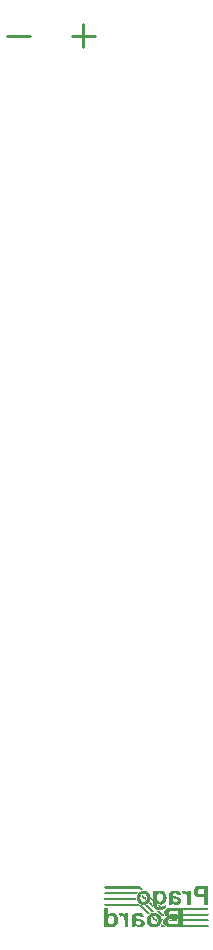
<source format=gbr>
%TF.GenerationSoftware,Altium Limited,Altium Designer,20.1.14 (287)*%
G04 Layer_Color=10079487*
%FSLAX44Y44*%
%MOMM*%
%TF.SameCoordinates,63771276-D6CB-4F8E-99AF-54020A414098*%
%TF.FilePolarity,Positive*%
%TF.FileFunction,Legend,Bot*%
%TF.Part,Single*%
G01*
G75*
%TA.AperFunction,NonConductor*%
%ADD39C,0.2540*%
G36*
X240449Y-11853D02*
X240921Y-12297D01*
X241337Y-12685D01*
X241670Y-13018D01*
X241976Y-13296D01*
X242198Y-13518D01*
X242420Y-13713D01*
X242559Y-13879D01*
X242698Y-14018D01*
X242781Y-14101D01*
X242892Y-14212D01*
X242948Y-14268D01*
Y-14296D01*
X242670D01*
X242031Y-14351D01*
X241726Y-14379D01*
X241448Y-14434D01*
X241226Y-14490D01*
X241060Y-14518D01*
X240921Y-14573D01*
X240893D01*
X240865Y-14545D01*
X240810Y-14518D01*
X240588Y-14351D01*
X240338Y-14101D01*
X240033Y-13824D01*
X239727Y-13574D01*
X239477Y-13324D01*
X239366Y-13241D01*
X239283Y-13157D01*
X239255Y-13130D01*
X239227Y-13102D01*
X210743Y-13102D01*
X210382Y-13074D01*
X210105Y-12963D01*
X209911Y-12852D01*
X209799Y-12685D01*
X209716Y-12547D01*
X209688Y-12408D01*
X209661Y-12325D01*
Y-12297D01*
Y-12158D01*
Y-12019D01*
X209716Y-11880D01*
X209855Y-11686D01*
X210049Y-11547D01*
X210244Y-11464D01*
X210466Y-11381D01*
X210660Y-11353D01*
X239921Y-11353D01*
X240449Y-11853D01*
D02*
G37*
G36*
X258078Y-14934D02*
X258411Y-14962D01*
X258717Y-15045D01*
X258994Y-15101D01*
X259244Y-15184D01*
X259410Y-15267D01*
X259522Y-15295D01*
X259577Y-15323D01*
X260077Y-15628D01*
X260521Y-15961D01*
X260910Y-16350D01*
X261243Y-16794D01*
X261521Y-17238D01*
X261770Y-17683D01*
X261937Y-18154D01*
X262104Y-18627D01*
X262215Y-19071D01*
X262298Y-19459D01*
X262381Y-19848D01*
X262409Y-20181D01*
X262437Y-20459D01*
X262464Y-20681D01*
Y-20792D01*
Y-20847D01*
X262409Y-21625D01*
X262381Y-21986D01*
X262326Y-22291D01*
X262270Y-22569D01*
X262242Y-22791D01*
X262187Y-22930D01*
Y-22985D01*
X261937Y-23624D01*
X261632Y-24207D01*
X261326Y-24706D01*
X260965Y-25123D01*
X260632Y-25484D01*
X260271Y-25761D01*
X259883Y-26011D01*
X259549Y-26206D01*
X259188Y-26372D01*
X258883Y-26483D01*
X258578Y-26567D01*
X258328Y-26622D01*
X258134Y-26650D01*
X257967Y-26677D01*
X257551D01*
X257217Y-26650D01*
X256884Y-26594D01*
X256579Y-26511D01*
X256273Y-26400D01*
X255718Y-26122D01*
X255218Y-25789D01*
X254802Y-25456D01*
X254635Y-25317D01*
X254497Y-25178D01*
X254386Y-25067D01*
X254302Y-24984D01*
X254275Y-24929D01*
X254247Y-24901D01*
Y-27038D01*
X254275Y-27399D01*
X254358Y-27705D01*
X254469Y-27955D01*
X254635Y-28204D01*
X254830Y-28399D01*
X255052Y-28538D01*
X255274Y-28676D01*
X255524Y-28787D01*
X255996Y-28926D01*
X256218Y-28982D01*
X256412Y-29009D01*
X256551D01*
X256690Y-29037D01*
X256801D01*
X256968Y-29009D01*
X257217D01*
X257439Y-28982D01*
X257661Y-28926D01*
X257995Y-28760D01*
X258217Y-28593D01*
X258383Y-28399D01*
X258467Y-28232D01*
X258522Y-28066D01*
X258550Y-27955D01*
Y-27927D01*
X258578Y-27899D01*
X258689Y-27871D01*
X258855Y-27843D01*
X259077Y-27788D01*
X259327Y-27760D01*
X259633Y-27733D01*
X260243Y-27621D01*
X260882Y-27566D01*
X261159Y-27510D01*
X261437Y-27483D01*
X261659Y-27455D01*
X261826D01*
X261937Y-27427D01*
X261965D01*
X262020Y-27455D01*
X262048Y-27483D01*
X262076Y-27510D01*
Y-27538D01*
Y-27705D01*
X262048Y-28010D01*
X262020Y-28288D01*
X261965Y-28538D01*
X261909Y-28787D01*
X261854Y-28982D01*
X261798Y-29121D01*
X261743Y-29232D01*
Y-29259D01*
X261493Y-29620D01*
X261215Y-29953D01*
X260882Y-30231D01*
X260521Y-30481D01*
X260160Y-30675D01*
X259744Y-30842D01*
X259355Y-30981D01*
X258966Y-31092D01*
X258578Y-31203D01*
X258244Y-31258D01*
X257911Y-31314D01*
X257634Y-31342D01*
X257384D01*
X257217Y-31369D01*
X256273D01*
X255801Y-31342D01*
X255357Y-31314D01*
X254913Y-31230D01*
X254524Y-31147D01*
X254163Y-31036D01*
X253858Y-30897D01*
X253553Y-30759D01*
X253275Y-30620D01*
X253053Y-30509D01*
X252831Y-30370D01*
X252664Y-30231D01*
X252526Y-30120D01*
X252414Y-30037D01*
X252331Y-29953D01*
X252303Y-29926D01*
X252276Y-29898D01*
X252081Y-29676D01*
X251915Y-29398D01*
X251776Y-29093D01*
X251637Y-28732D01*
X251554Y-28343D01*
X251443Y-27927D01*
X251332Y-27094D01*
X251276Y-26677D01*
X251248Y-26289D01*
X251221Y-25956D01*
Y-25650D01*
X251193Y-25373D01*
Y-25178D01*
Y-25067D01*
Y-25012D01*
Y-15212D01*
Y-15184D01*
X251221D01*
X251248Y-15156D01*
X253997D01*
X254080Y-15184D01*
X254108Y-15212D01*
Y-16683D01*
X254386Y-16378D01*
X254663Y-16100D01*
X254941Y-15850D01*
X255218Y-15656D01*
X255524Y-15489D01*
X255774Y-15351D01*
X256301Y-15128D01*
X256745Y-14990D01*
X256940Y-14962D01*
X257106Y-14934D01*
X257217Y-14906D01*
X257745D01*
X258078Y-14934D01*
D02*
G37*
G36*
X238145Y-16239D02*
X237673Y-16822D01*
X237478Y-17100D01*
X237284Y-17377D01*
X237145Y-17599D01*
X237034Y-17794D01*
X236951Y-17905D01*
X236923Y-17960D01*
X210605Y-17960D01*
X210271Y-17877D01*
X210049Y-17766D01*
X209883Y-17627D01*
X209744Y-17488D01*
X209688Y-17349D01*
X209661Y-17211D01*
X209633Y-17127D01*
Y-17100D01*
Y-17072D01*
X209661Y-16794D01*
X209772Y-16572D01*
X209938Y-16433D01*
X210105Y-16322D01*
X210299Y-16267D01*
X210438Y-16211D01*
X238145Y-16211D01*
Y-16239D01*
D02*
G37*
G36*
X270543Y-14934D02*
X271210Y-15045D01*
X271765Y-15184D01*
X272237Y-15323D01*
X272625Y-15489D01*
X272903Y-15628D01*
X272986Y-15684D01*
X273069Y-15739D01*
X273097Y-15767D01*
X273125D01*
X273486Y-16156D01*
X273819Y-16544D01*
X274069Y-16933D01*
X274263Y-17322D01*
X274402Y-17627D01*
X274513Y-17905D01*
X274569Y-18071D01*
X274597Y-18099D01*
Y-18127D01*
Y-18182D01*
X274513Y-18210D01*
X274374Y-18238D01*
X274208Y-18266D01*
X274013Y-18293D01*
X273569Y-18377D01*
X273097Y-18488D01*
X272653Y-18571D01*
X272431Y-18599D01*
X272237Y-18627D01*
X272098Y-18654D01*
X271987Y-18682D01*
X271903Y-18710D01*
X271876D01*
X271765Y-18460D01*
X271654Y-18238D01*
X271515Y-18044D01*
X271376Y-17877D01*
X271071Y-17627D01*
X270765Y-17461D01*
X270515Y-17377D01*
X270266Y-17322D01*
X270127Y-17294D01*
X269460D01*
X269155Y-17322D01*
X268905Y-17349D01*
X268683Y-17433D01*
X268489Y-17516D01*
X268322Y-17627D01*
X268183Y-17766D01*
X267989Y-18044D01*
X267850Y-18321D01*
X267795Y-18571D01*
X267767Y-18737D01*
Y-18765D01*
Y-18793D01*
Y-19210D01*
X268322Y-19376D01*
X268850Y-19515D01*
X269349Y-19626D01*
X269794Y-19709D01*
X270154Y-19792D01*
X270460Y-19848D01*
X270571Y-19876D01*
X270654Y-19904D01*
X270710D01*
X271459Y-20042D01*
X272098Y-20237D01*
X272653Y-20459D01*
X273125Y-20709D01*
X273542Y-20986D01*
X273875Y-21292D01*
X274152Y-21597D01*
X274374Y-21902D01*
X274541Y-22180D01*
X274680Y-22485D01*
X274763Y-22735D01*
X274846Y-22957D01*
X274874Y-23152D01*
X274902Y-23291D01*
Y-23402D01*
Y-23429D01*
Y-23790D01*
X274874Y-24096D01*
X274791Y-24401D01*
X274763Y-24512D01*
X274735Y-24623D01*
X274708Y-24679D01*
Y-24706D01*
X274513Y-25095D01*
X274291Y-25428D01*
X274013Y-25734D01*
X273764Y-25984D01*
X273458Y-26206D01*
X273181Y-26372D01*
X272903Y-26539D01*
X272598Y-26650D01*
X272070Y-26816D01*
X271848Y-26872D01*
X271654Y-26900D01*
X271487D01*
X271348Y-26927D01*
X270960D01*
X270599Y-26900D01*
X270266Y-26872D01*
X269627Y-26705D01*
X269044Y-26455D01*
X268517Y-26178D01*
X268100Y-25928D01*
X267906Y-25789D01*
X267767Y-25678D01*
X267656Y-25595D01*
X267573Y-25512D01*
X267517Y-25484D01*
X267489Y-25456D01*
X267434Y-25678D01*
X267378Y-25845D01*
X267295Y-26150D01*
X267239Y-26372D01*
X267156Y-26511D01*
X267101Y-26622D01*
X267073Y-26650D01*
X267045Y-26677D01*
X264102D01*
X264324Y-26122D01*
X264491Y-25567D01*
X264630Y-25012D01*
X264713Y-24512D01*
X264769Y-24040D01*
Y-23846D01*
X264796Y-23707D01*
Y-23568D01*
Y-23457D01*
Y-23402D01*
Y-23374D01*
Y-22680D01*
Y-21930D01*
X264769Y-21181D01*
Y-20487D01*
Y-20153D01*
Y-19848D01*
X264741Y-19598D01*
Y-19348D01*
Y-19154D01*
Y-19015D01*
Y-18932D01*
Y-18904D01*
X264769Y-18515D01*
X264796Y-18182D01*
X264824Y-17877D01*
X264852Y-17599D01*
X264880Y-17405D01*
X264907Y-17238D01*
X264935Y-17155D01*
Y-17127D01*
X265102Y-16739D01*
X265324Y-16406D01*
X265602Y-16100D01*
X265907Y-15850D01*
X266240Y-15628D01*
X266601Y-15434D01*
X266962Y-15295D01*
X267351Y-15184D01*
X268072Y-15017D01*
X268378Y-14962D01*
X268655Y-14934D01*
X268905Y-14906D01*
X269821D01*
X270543Y-14934D01*
D02*
G37*
G36*
X210688Y-21042D02*
X210910Y-21070D01*
X236368Y-21070D01*
X236396Y-21097D01*
X236423Y-21125D01*
Y-21153D01*
Y-21264D01*
X236451Y-21791D01*
X236479Y-22041D01*
Y-22236D01*
X236507Y-22430D01*
X236535Y-22569D01*
X236562Y-22652D01*
Y-22680D01*
X236535Y-22763D01*
X233897D01*
X232620Y-22735D01*
X223625Y-22735D01*
X222653Y-22708D01*
X210910D01*
X210382Y-22763D01*
X210160Y-22735D01*
X209994Y-22624D01*
X209855Y-22513D01*
X209744Y-22347D01*
X209661Y-22208D01*
X209605Y-22069D01*
X209577Y-21986D01*
Y-21958D01*
Y-21819D01*
X209605Y-21597D01*
X209688Y-21430D01*
X209827Y-21292D01*
X209966Y-21181D01*
X210133Y-21097D01*
X210244Y-21042D01*
X210355Y-21014D01*
X210382D01*
X210688Y-21042D01*
D02*
G37*
G36*
X249916Y-20875D02*
X250138Y-21125D01*
X250305Y-21292D01*
X250443Y-21403D01*
X250499Y-21486D01*
X250527Y-21542D01*
X250554Y-21569D01*
Y-23735D01*
X250527Y-23818D01*
X250166Y-23457D01*
X249888Y-23207D01*
X249694Y-23013D01*
X249527Y-22902D01*
X249444Y-22819D01*
X249388Y-22791D01*
X249361Y-22763D01*
X249416Y-22402D01*
X249444Y-22069D01*
X249499Y-21764D01*
Y-21514D01*
X249527Y-21292D01*
Y-21153D01*
Y-21042D01*
Y-21014D01*
Y-20681D01*
X249583Y-20570D01*
X249916Y-20875D01*
D02*
G37*
G36*
X297500Y-10797D02*
X297528Y-10825D01*
Y-10853D01*
Y-10881D01*
Y-26594D01*
X297500Y-26650D01*
X297472Y-26677D01*
X294391D01*
X294335Y-26650D01*
X294308Y-26622D01*
Y-26594D01*
Y-20709D01*
X292225D01*
X291698Y-20681D01*
X291226D01*
X290810Y-20653D01*
X290421Y-20625D01*
X290088Y-20598D01*
X289782Y-20570D01*
X289505Y-20542D01*
X289283Y-20514D01*
X289088Y-20487D01*
X288950D01*
X288811Y-20459D01*
X288727Y-20431D01*
X288672Y-20403D01*
X288616D01*
X288033Y-20153D01*
X287534Y-19876D01*
X287089Y-19543D01*
X286701Y-19182D01*
X286395Y-18793D01*
X286118Y-18404D01*
X285896Y-17988D01*
X285729Y-17599D01*
X285590Y-17238D01*
X285479Y-16877D01*
X285424Y-16544D01*
X285368Y-16267D01*
X285340Y-16017D01*
X285313Y-15850D01*
Y-15711D01*
Y-15684D01*
X285340Y-15184D01*
X285396Y-14712D01*
X285507Y-14268D01*
X285646Y-13879D01*
X285785Y-13491D01*
X285951Y-13157D01*
X286145Y-12852D01*
X286340Y-12574D01*
X286534Y-12325D01*
X286728Y-12102D01*
X286895Y-11936D01*
X287034Y-11769D01*
X287173Y-11658D01*
X287284Y-11575D01*
X287339Y-11547D01*
X287367Y-11519D01*
X287534Y-11380D01*
X287784Y-11270D01*
X288089Y-11158D01*
X288450Y-11075D01*
X288866Y-11020D01*
X289283Y-10964D01*
X290171Y-10853D01*
X290588Y-10825D01*
X291004Y-10797D01*
X291393D01*
X291726Y-10770D01*
X297445D01*
X297500Y-10797D01*
D02*
G37*
G36*
X277817Y-14934D02*
X278067Y-14990D01*
X278289Y-15073D01*
X278539Y-15184D01*
X278955Y-15489D01*
X279316Y-15822D01*
X279621Y-16156D01*
X279871Y-16461D01*
X279955Y-16572D01*
X280010Y-16655D01*
X280038Y-16711D01*
X280066Y-16739D01*
Y-15212D01*
Y-15184D01*
X280093D01*
X280121Y-15156D01*
X282786D01*
X282842Y-15184D01*
X282870Y-15212D01*
Y-26594D01*
X282842Y-26650D01*
X282814Y-26677D01*
X279927D01*
X279871Y-26650D01*
X279816Y-26622D01*
Y-26594D01*
Y-24318D01*
Y-23651D01*
Y-23041D01*
X279788Y-22485D01*
Y-21986D01*
X279760Y-21542D01*
Y-21153D01*
X279732Y-20820D01*
X279705Y-20514D01*
Y-20264D01*
X279677Y-20070D01*
Y-19876D01*
X279649Y-19765D01*
Y-19654D01*
X279621Y-19598D01*
Y-19543D01*
X279538Y-19210D01*
X279427Y-18932D01*
X279344Y-18682D01*
X279205Y-18460D01*
X279094Y-18293D01*
X278955Y-18127D01*
X278678Y-17905D01*
X278428Y-17794D01*
X278233Y-17710D01*
X278095Y-17683D01*
X277650D01*
X277428Y-17710D01*
X277206Y-17738D01*
X276817Y-17905D01*
X276651Y-17988D01*
X276512Y-18044D01*
X276429Y-18099D01*
X276401Y-18127D01*
X276373Y-18071D01*
X276318Y-17960D01*
X276262Y-17821D01*
X276179Y-17627D01*
X276040Y-17238D01*
X275874Y-16766D01*
X275707Y-16350D01*
X275624Y-16128D01*
X275568Y-15961D01*
X275513Y-15822D01*
X275457Y-15711D01*
X275429Y-15628D01*
Y-15600D01*
X275457Y-15517D01*
X275513Y-15434D01*
X275596Y-15378D01*
X275707Y-15295D01*
X276012Y-15184D01*
X276346Y-15073D01*
X276706Y-15017D01*
X276984Y-14962D01*
X277123Y-14934D01*
X277206Y-14906D01*
X277567D01*
X277817Y-14934D01*
D02*
G37*
G36*
X243586D02*
X243975Y-14962D01*
X244724Y-15128D01*
X245363Y-15351D01*
X245946Y-15628D01*
X246196Y-15767D01*
X246418Y-15906D01*
X246612Y-16017D01*
X246751Y-16128D01*
X246890Y-16211D01*
X246973Y-16294D01*
X247029Y-16322D01*
X247056Y-16350D01*
X247390Y-16711D01*
X247667Y-17072D01*
X247917Y-17461D01*
X248139Y-17821D01*
X248306Y-18182D01*
X248472Y-18515D01*
X248694Y-19154D01*
X248750Y-19459D01*
X248805Y-19709D01*
X248861Y-19959D01*
X248889Y-20153D01*
X248916Y-20320D01*
Y-20431D01*
Y-20514D01*
Y-20542D01*
Y-21014D01*
X248889Y-21680D01*
X248778Y-22291D01*
X248639Y-22874D01*
X248500Y-23374D01*
X248333Y-23790D01*
X248278Y-23957D01*
X248222Y-24096D01*
X248167Y-24207D01*
X248111Y-24290D01*
X248084Y-24346D01*
Y-24373D01*
X247723Y-24818D01*
X247334Y-25206D01*
X246917Y-25567D01*
X246529Y-25845D01*
X246112Y-26095D01*
X245696Y-26317D01*
X245280Y-26483D01*
X244891Y-26594D01*
X244530Y-26705D01*
X244169Y-26789D01*
X243864Y-26844D01*
X243614Y-26900D01*
X243392D01*
X243225Y-26927D01*
X242809D01*
X242337Y-26900D01*
X241893Y-26844D01*
X241476Y-26761D01*
X241115Y-26650D01*
X240810Y-26567D01*
X240560Y-26483D01*
X240421Y-26428D01*
X240366Y-26400D01*
X239783Y-26039D01*
X239255Y-25623D01*
X238811Y-25206D01*
X238422Y-24762D01*
X238089Y-24318D01*
X237839Y-23846D01*
X237617Y-23402D01*
X237423Y-22957D01*
X237284Y-22541D01*
X237173Y-22152D01*
X237118Y-21791D01*
X237062Y-21486D01*
X237034Y-21236D01*
X237006Y-21042D01*
Y-20903D01*
Y-20875D01*
X237034Y-20375D01*
X237090Y-19904D01*
X237173Y-19459D01*
X237284Y-19071D01*
X237395Y-18737D01*
X237478Y-18488D01*
X237534Y-18321D01*
X237562Y-18266D01*
X237895Y-17683D01*
X238284Y-17155D01*
X238672Y-16711D01*
X239116Y-16322D01*
X239533Y-15989D01*
X239977Y-15739D01*
X240421Y-15517D01*
X240838Y-15323D01*
X241226Y-15184D01*
X241615Y-15073D01*
X241948Y-15017D01*
X242226Y-14962D01*
X242476Y-14934D01*
X242642Y-14906D01*
X243170D01*
X243586Y-14934D01*
D02*
G37*
G36*
X255829Y-26983D02*
X255968D01*
X256107Y-27038D01*
X256385Y-27177D01*
X256662Y-27399D01*
X256940Y-27621D01*
X257190Y-27843D01*
X257384Y-28066D01*
X257495Y-28204D01*
X257551Y-28232D01*
Y-28260D01*
X257523Y-28288D01*
X257467Y-28315D01*
X257245Y-28343D01*
X257051Y-28371D01*
X256523D01*
X256246Y-28343D01*
X255996Y-28315D01*
X255829Y-28288D01*
X255774D01*
X255607Y-28260D01*
X255468Y-28204D01*
X255357Y-28121D01*
X255246Y-28010D01*
X255107Y-27733D01*
X254996Y-27399D01*
X254941Y-27094D01*
X254885Y-26816D01*
Y-26705D01*
Y-26622D01*
Y-26567D01*
Y-26539D01*
X254941Y-26455D01*
X255829Y-26983D01*
D02*
G37*
G36*
X248972Y-24818D02*
X249250Y-25067D01*
X249472Y-25262D01*
X249666Y-25456D01*
X249999Y-25761D01*
X250221Y-25956D01*
X250388Y-26095D01*
X250471Y-26178D01*
X250527Y-26233D01*
X250582Y-26927D01*
X250665Y-27510D01*
X250749Y-27982D01*
X250832Y-28371D01*
X250888Y-28676D01*
X250943Y-28871D01*
X250971Y-29009D01*
X250999Y-29037D01*
Y-29093D01*
X250471Y-28593D01*
X250027Y-28177D01*
X249611Y-27788D01*
X249250Y-27427D01*
X248944Y-27122D01*
X248667Y-26872D01*
X248444Y-26650D01*
X248250Y-26455D01*
X248084Y-26317D01*
X247945Y-26178D01*
X247861Y-26095D01*
X247778Y-26011D01*
X247695Y-25928D01*
X247667Y-25900D01*
X247917Y-25623D01*
X248111Y-25345D01*
X248306Y-25123D01*
X248444Y-24929D01*
X248556Y-24762D01*
X248639Y-24651D01*
X248667Y-24568D01*
X248694Y-24540D01*
X248972Y-24818D01*
D02*
G37*
G36*
X262548Y-29592D02*
X262492D01*
X262409Y-29620D01*
X262353Y-29648D01*
X262326Y-29676D01*
X262270D01*
Y-29592D01*
X262298Y-29537D01*
X262326Y-29509D01*
X262353Y-29481D01*
X262548D01*
Y-29592D01*
D02*
G37*
G36*
X297250Y-29509D02*
X297500Y-29592D01*
X297695Y-29731D01*
X297833Y-29870D01*
X297917Y-30037D01*
X297972Y-30148D01*
X298000Y-30259D01*
Y-30287D01*
X297945Y-30592D01*
X297861Y-30842D01*
X297722Y-31008D01*
X297584Y-31119D01*
X297445Y-31175D01*
X297306Y-31203D01*
X297223Y-31230D01*
X276762D01*
X276706Y-31203D01*
X276679Y-31175D01*
Y-31147D01*
Y-31119D01*
Y-29592D01*
Y-29537D01*
X276706Y-29509D01*
X276734Y-29481D01*
X296945D01*
X297250Y-29509D01*
D02*
G37*
G36*
X246140Y-26955D02*
X246251Y-27038D01*
X246501Y-27288D01*
X246862Y-27621D01*
X247306Y-28038D01*
X247806Y-28510D01*
X248333Y-29037D01*
X249499Y-30120D01*
X250055Y-30675D01*
X250610Y-31203D01*
X251137Y-31702D01*
X251582Y-32147D01*
X251970Y-32508D01*
X252276Y-32785D01*
X252387Y-32896D01*
X252470Y-32980D01*
X252498Y-33007D01*
X252526Y-33035D01*
Y-33091D01*
X252137Y-33035D01*
X251471Y-33063D01*
X251137Y-33091D01*
X250860Y-33118D01*
X250610Y-33174D01*
X250416Y-33202D01*
X250305Y-33229D01*
X250249D01*
X249749Y-32757D01*
X249277Y-32285D01*
X248833Y-31869D01*
X248417Y-31480D01*
X247639Y-30731D01*
X247001Y-30120D01*
X246418Y-29565D01*
X245946Y-29121D01*
X245557Y-28732D01*
X245224Y-28399D01*
X244946Y-28149D01*
X244752Y-27955D01*
X244585Y-27788D01*
X244475Y-27677D01*
X244419Y-27621D01*
X244363Y-27566D01*
X244336Y-27538D01*
Y-27483D01*
X244808Y-27344D01*
X245196Y-27233D01*
X245502Y-27150D01*
X245724Y-27066D01*
X245890Y-26983D01*
X246001Y-26927D01*
X246057Y-26900D01*
X246085D01*
X246140Y-26955D01*
D02*
G37*
G36*
X238644Y-26095D02*
X238950Y-26317D01*
X239561Y-26705D01*
X240088Y-26983D01*
X240588Y-27205D01*
X241004Y-27344D01*
X241171Y-27399D01*
X241310Y-27427D01*
X241421Y-27455D01*
X241504Y-27483D01*
X241587D01*
X241670Y-27538D01*
X241782Y-27649D01*
X242087Y-27927D01*
X242476Y-28288D01*
X242948Y-28732D01*
X243475Y-29232D01*
X244058Y-29759D01*
X245252Y-30897D01*
X245835Y-31480D01*
X246390Y-32008D01*
X246917Y-32535D01*
X247390Y-32980D01*
X247778Y-33340D01*
X248084Y-33646D01*
X248195Y-33757D01*
X248278Y-33840D01*
X248306Y-33868D01*
X248333Y-33896D01*
X248056Y-34090D01*
X247778Y-34284D01*
X247556Y-34451D01*
X247362Y-34618D01*
X247223Y-34756D01*
X247084Y-34840D01*
X247029Y-34895D01*
X247001Y-34923D01*
X239227Y-27566D01*
X210660Y-27566D01*
X210299Y-27538D01*
X210022Y-27455D01*
X209827Y-27316D01*
X209716Y-27177D01*
X209633Y-27039D01*
X209605Y-26900D01*
X209577Y-26816D01*
Y-26789D01*
Y-26650D01*
Y-26511D01*
X209633Y-26372D01*
X209772Y-26178D01*
X209966Y-26039D01*
X210160Y-25956D01*
X210382Y-25872D01*
X210577Y-25845D01*
X238339Y-25845D01*
X238644Y-26095D01*
D02*
G37*
G36*
X297362Y-34395D02*
X297611Y-34506D01*
X297778Y-34673D01*
X297889Y-34812D01*
X297945Y-34951D01*
X297972Y-35089D01*
X298000Y-35173D01*
Y-35201D01*
Y-35256D01*
X297972Y-35534D01*
X297861Y-35728D01*
X297695Y-35895D01*
X297528Y-35978D01*
X297362Y-36033D01*
X297195Y-36061D01*
X297084Y-36089D01*
X276762D01*
X276706Y-36061D01*
X276679Y-36033D01*
Y-36006D01*
Y-34423D01*
Y-34368D01*
X276706Y-34340D01*
X297056D01*
X297362Y-34395D01*
D02*
G37*
G36*
X254247Y-31758D02*
X254802Y-31841D01*
X255274Y-31925D01*
X255690Y-31952D01*
X256024Y-31980D01*
X256301Y-32008D01*
X256523D01*
X258994Y-34340D01*
X259771D01*
X259938Y-34756D01*
X260077Y-35089D01*
X260216Y-35367D01*
X260354Y-35617D01*
X260438Y-35784D01*
X260521Y-35895D01*
X260576Y-35978D01*
X260604Y-36006D01*
Y-36089D01*
X258328D01*
X257523Y-35339D01*
X256829Y-34673D01*
X256218Y-34090D01*
X255690Y-33563D01*
X255246Y-33146D01*
X254858Y-32785D01*
X254552Y-32480D01*
X254302Y-32230D01*
X254108Y-32036D01*
X253969Y-31897D01*
X253858Y-31786D01*
X253775Y-31702D01*
X253719Y-31675D01*
X253692Y-31647D01*
Y-31619D01*
X254247Y-31758D01*
D02*
G37*
G36*
X239338Y-33757D02*
X239894Y-33840D01*
X240421Y-33923D01*
X240838Y-34035D01*
X241199Y-34173D01*
X241476Y-34257D01*
X241643Y-34340D01*
X241670Y-34368D01*
X241698D01*
X242170Y-34701D01*
X242559Y-35117D01*
X242892Y-35561D01*
X243142Y-36006D01*
X243364Y-36394D01*
X243503Y-36727D01*
X243558Y-36866D01*
X243586Y-36950D01*
X243614Y-37005D01*
Y-37033D01*
X243586Y-37061D01*
X243503Y-37088D01*
X243336Y-37116D01*
X243170Y-37144D01*
X242948Y-37199D01*
X242698Y-37227D01*
X242170Y-37338D01*
X241670Y-37422D01*
X241421Y-37449D01*
X241199Y-37477D01*
X241004Y-37505D01*
X240865Y-37532D01*
X240782Y-37560D01*
X240671D01*
X240560Y-37310D01*
X240449Y-37088D01*
X240310Y-36894D01*
X240144Y-36727D01*
X239838Y-36478D01*
X239533Y-36311D01*
X239227Y-36228D01*
X239005Y-36172D01*
X238839Y-36144D01*
X237950D01*
X237673Y-36172D01*
X237451Y-36228D01*
X237284Y-36256D01*
X237173Y-36311D01*
X237062Y-36367D01*
X237034Y-36394D01*
X237006D01*
X236895Y-36422D01*
X236812Y-36450D01*
X236729Y-36533D01*
X236673Y-36644D01*
X236562Y-36894D01*
X236479Y-37199D01*
X236423Y-37505D01*
X236396Y-37755D01*
X236368Y-37866D01*
Y-37921D01*
Y-37977D01*
Y-38005D01*
X236396Y-38032D01*
X236451Y-38088D01*
X236618Y-38171D01*
X236784Y-38227D01*
X236840Y-38254D01*
X236868D01*
X237451Y-38365D01*
X237978Y-38504D01*
X238450Y-38588D01*
X238867Y-38699D01*
X239255Y-38782D01*
X239616Y-38865D01*
X239921Y-38921D01*
X240199Y-38976D01*
X240421Y-39032D01*
X240616Y-39087D01*
X240782Y-39115D01*
X240893Y-39143D01*
X241004Y-39170D01*
X241060Y-39198D01*
X241115D01*
X241615Y-39365D01*
X242059Y-39587D01*
X242448Y-39809D01*
X242781Y-40059D01*
X243031Y-40336D01*
X243281Y-40614D01*
X243475Y-40892D01*
X243614Y-41169D01*
X243725Y-41419D01*
X243836Y-41669D01*
X243892Y-41891D01*
X243919Y-42113D01*
X243947Y-42280D01*
X243975Y-42391D01*
Y-42474D01*
Y-42502D01*
X243947Y-42780D01*
X243919Y-43002D01*
X243892Y-43196D01*
X243864Y-43335D01*
X243836Y-43446D01*
Y-43529D01*
X243808Y-43557D01*
Y-43585D01*
X243614Y-44001D01*
X243392Y-44390D01*
X243114Y-44695D01*
X242836Y-44973D01*
X242503Y-45223D01*
X242198Y-45417D01*
X241865Y-45556D01*
X241532Y-45695D01*
X241226Y-45806D01*
X240921Y-45861D01*
X240643Y-45917D01*
X240393Y-45972D01*
X240199D01*
X240060Y-46000D01*
X239921D01*
X239533Y-45972D01*
X239144Y-45944D01*
X238422Y-45778D01*
X237784Y-45528D01*
X237229Y-45250D01*
X236979Y-45112D01*
X236757Y-44973D01*
X236562Y-44834D01*
X236423Y-44723D01*
X236285Y-44640D01*
X236201Y-44556D01*
X236146Y-44529D01*
X236118Y-44501D01*
X236090D01*
X235979Y-44862D01*
X235896Y-45167D01*
X235840Y-45389D01*
X235757Y-45528D01*
X235702Y-45639D01*
X235674Y-45722D01*
X235646Y-45750D01*
X232537D01*
X232759Y-45139D01*
X232925Y-44529D01*
X233064Y-43918D01*
X233148Y-43363D01*
X233203Y-42863D01*
Y-42668D01*
X233231Y-42474D01*
Y-42335D01*
Y-42224D01*
Y-42169D01*
Y-42141D01*
X233203Y-41836D01*
Y-41530D01*
X233175Y-41280D01*
Y-41058D01*
Y-40864D01*
Y-40725D01*
Y-40642D01*
Y-40614D01*
Y-37949D01*
Y-37560D01*
X233203Y-37199D01*
X233231Y-36894D01*
X233258Y-36616D01*
X233314Y-36422D01*
X233342Y-36256D01*
X233370Y-36172D01*
Y-36144D01*
X233536Y-35728D01*
X233758Y-35339D01*
X234036Y-35034D01*
X234341Y-34756D01*
X234702Y-34506D01*
X235091Y-34312D01*
X235507Y-34146D01*
X235896Y-34035D01*
X236285Y-33923D01*
X236673Y-33868D01*
X237006Y-33812D01*
X237312Y-33757D01*
X237589D01*
X237784Y-33729D01*
X238728D01*
X239338Y-33757D01*
D02*
G37*
G36*
X258966Y-39170D02*
X259077Y-39198D01*
X259161D01*
X259077Y-39420D01*
X259022Y-39615D01*
X258994Y-39726D01*
X258966Y-39837D01*
X258939Y-39892D01*
Y-39920D01*
Y-39948D01*
X258827D01*
Y-39143D01*
X258966Y-39170D01*
D02*
G37*
G36*
X297195Y-39226D02*
X297500Y-39309D01*
X297695Y-39448D01*
X297861Y-39587D01*
X297945Y-39753D01*
X297972Y-39865D01*
X298000Y-39976D01*
Y-40003D01*
Y-40142D01*
X297945Y-40392D01*
X297833Y-40586D01*
X297667Y-40725D01*
X297472Y-40809D01*
X297278Y-40864D01*
X297112Y-40919D01*
X276706D01*
X276679Y-40892D01*
Y-40864D01*
Y-39282D01*
Y-39226D01*
X276706Y-39198D01*
X297028D01*
X297195Y-39226D01*
D02*
G37*
G36*
X297389Y-44084D02*
X297584Y-44195D01*
X297722Y-44334D01*
X297833Y-44473D01*
X297917Y-44640D01*
X297972Y-44778D01*
X298000Y-44889D01*
Y-44917D01*
X297972Y-45139D01*
X297861Y-45334D01*
X297722Y-45472D01*
X297584Y-45584D01*
X297417Y-45667D01*
X297306Y-45722D01*
X297195Y-45750D01*
X276762D01*
X276706Y-45722D01*
X276679Y-45695D01*
Y-45667D01*
Y-45639D01*
Y-44140D01*
Y-44112D01*
X276706Y-44084D01*
X276734Y-44057D01*
X297167D01*
X297389Y-44084D01*
D02*
G37*
G36*
X259022Y-44057D02*
X259827D01*
X260077Y-44307D01*
X260299Y-44529D01*
X260715Y-44889D01*
X261076Y-45167D01*
X261382Y-45389D01*
X261604Y-45500D01*
X261798Y-45584D01*
X261909Y-45639D01*
X261937D01*
Y-45750D01*
X258328D01*
X257939Y-45389D01*
X257661Y-45112D01*
X257439Y-44917D01*
X257301Y-44778D01*
X257217Y-44695D01*
X257190Y-44640D01*
X257162Y-44612D01*
X257523Y-44140D01*
X257689Y-43918D01*
X257828Y-43696D01*
X257967Y-43529D01*
X258050Y-43390D01*
X258106Y-43279D01*
X258134Y-43252D01*
X259022Y-44057D01*
D02*
G37*
G36*
X224847Y-33757D02*
X225096Y-33812D01*
X225346Y-33896D01*
X225568Y-34007D01*
X225985Y-34312D01*
X226346Y-34645D01*
X226651Y-35006D01*
X226873Y-35284D01*
X226957Y-35423D01*
X227012Y-35506D01*
X227068Y-35561D01*
Y-35589D01*
X227123D01*
Y-34062D01*
Y-34035D01*
X227151Y-34007D01*
X227179Y-33979D01*
X230121D01*
X230149Y-34007D01*
X230177Y-34035D01*
Y-34062D01*
Y-45639D01*
X230149Y-45695D01*
X230121Y-45722D01*
X230094Y-45750D01*
X227012D01*
X226957Y-45722D01*
X226901Y-45695D01*
Y-45667D01*
Y-45639D01*
Y-42085D01*
Y-41614D01*
Y-41169D01*
X226873Y-40753D01*
Y-40392D01*
X226845Y-40059D01*
X226818Y-39753D01*
Y-39476D01*
X226790Y-39226D01*
X226762Y-39032D01*
X226734Y-38837D01*
Y-38699D01*
X226707Y-38588D01*
Y-38477D01*
X226679Y-38421D01*
Y-38365D01*
X226596Y-38032D01*
X226485Y-37755D01*
X226346Y-37505D01*
X226207Y-37310D01*
X226068Y-37116D01*
X225902Y-36977D01*
X225568Y-36755D01*
X225291Y-36616D01*
X225013Y-36561D01*
X224847Y-36533D01*
X224736D01*
X224486Y-36561D01*
X224208Y-36616D01*
X223958Y-36700D01*
X223736Y-36783D01*
X223542Y-36866D01*
X223403Y-36950D01*
X223292Y-37005D01*
X223264Y-37033D01*
X223098Y-36589D01*
X222931Y-36200D01*
X222820Y-35867D01*
X222709Y-35561D01*
X222598Y-35284D01*
X222542Y-35062D01*
X222459Y-34895D01*
X222404Y-34729D01*
X222376Y-34618D01*
X222348Y-34506D01*
X222320Y-34395D01*
X222292Y-34312D01*
Y-34257D01*
X222681Y-34090D01*
X223042Y-33951D01*
X223375Y-33868D01*
X223653Y-33785D01*
X223903Y-33757D01*
X224069Y-33729D01*
X224597D01*
X224847Y-33757D01*
D02*
G37*
G36*
X276012Y-29481D02*
Y-29509D01*
Y-29537D01*
Y-45695D01*
X275985Y-45750D01*
X275957Y-45778D01*
X275929Y-45806D01*
X270266D01*
X269766Y-45778D01*
X268211D01*
X267934Y-45750D01*
X266573D01*
X265879Y-45722D01*
X265268Y-45695D01*
X264713Y-45639D01*
X264241Y-45584D01*
X263797Y-45528D01*
X263436Y-45472D01*
X263103Y-45389D01*
X262825Y-45334D01*
X262603Y-45278D01*
X262409Y-45223D01*
X262270Y-45167D01*
X262159Y-45112D01*
X262076Y-45084D01*
X262020Y-45056D01*
X261576Y-44751D01*
X261159Y-44445D01*
X260826Y-44112D01*
X260521Y-43779D01*
X260271Y-43446D01*
X260077Y-43113D01*
X259910Y-42807D01*
X259771Y-42502D01*
X259660Y-42224D01*
X259577Y-41947D01*
X259522Y-41725D01*
X259466Y-41502D01*
Y-41336D01*
X259438Y-41225D01*
Y-41142D01*
Y-41114D01*
Y-41031D01*
X259466Y-40586D01*
X259549Y-40170D01*
X259688Y-39809D01*
X259855Y-39448D01*
X260049Y-39115D01*
X260271Y-38837D01*
X260521Y-38560D01*
X260771Y-38310D01*
X261021Y-38115D01*
X261271Y-37921D01*
X261493Y-37782D01*
X261687Y-37644D01*
X261854Y-37560D01*
X261992Y-37477D01*
X262076Y-37422D01*
X262104D01*
X262437Y-37338D01*
X262659Y-37255D01*
X262825Y-37172D01*
X262964Y-37144D01*
X263020Y-37088D01*
X263047D01*
X263075Y-37061D01*
X262825Y-36977D01*
X262409Y-36727D01*
X262020Y-36478D01*
X261715Y-36200D01*
X261437Y-35950D01*
X261187Y-35673D01*
X260993Y-35395D01*
X260826Y-35145D01*
X260715Y-34895D01*
X260604Y-34673D01*
X260549Y-34451D01*
X260493Y-34257D01*
X260438Y-34090D01*
Y-33979D01*
X260410Y-33868D01*
Y-33812D01*
Y-33785D01*
Y-33368D01*
X260438Y-33035D01*
X260493Y-32702D01*
X260604Y-32397D01*
X260743Y-32119D01*
X261104Y-31591D01*
X261521Y-31119D01*
X261937Y-30759D01*
X262270Y-30453D01*
X262437Y-30370D01*
X262548Y-30287D01*
X262603Y-30259D01*
X262631Y-30231D01*
X262853Y-30092D01*
X263158Y-29981D01*
X263519Y-29870D01*
X263936Y-29787D01*
X264408Y-29704D01*
X264880Y-29648D01*
X265907Y-29537D01*
X266407Y-29509D01*
X266879Y-29481D01*
X267323D01*
X267711Y-29454D01*
X275985D01*
X276012Y-29481D01*
D02*
G37*
G36*
X252859Y-33785D02*
X253497Y-33896D01*
X254108Y-34062D01*
X254635Y-34257D01*
X255080Y-34479D01*
X255274Y-34562D01*
X255413Y-34645D01*
X255552Y-34701D01*
X255635Y-34756D01*
X255690Y-34812D01*
X255718D01*
X256162Y-35173D01*
X256551Y-35561D01*
X256884Y-35978D01*
X257190Y-36367D01*
X257412Y-36783D01*
X257634Y-37172D01*
X257800Y-37560D01*
X257939Y-37949D01*
X258022Y-38282D01*
X258106Y-38615D01*
X258161Y-38921D01*
X258217Y-39143D01*
Y-39365D01*
X258244Y-39504D01*
Y-39615D01*
Y-39643D01*
X258217Y-40142D01*
X258189Y-40614D01*
X258106Y-41058D01*
X258022Y-41475D01*
X257911Y-41863D01*
X257800Y-42197D01*
X257689Y-42530D01*
X257551Y-42835D01*
X257412Y-43085D01*
X257301Y-43307D01*
X257190Y-43529D01*
X257078Y-43668D01*
X256995Y-43807D01*
X256912Y-43890D01*
X256884Y-43946D01*
X256856Y-43973D01*
X256468Y-44334D01*
X256079Y-44640D01*
X255663Y-44917D01*
X255246Y-45139D01*
X254830Y-45334D01*
X254441Y-45500D01*
X254025Y-45639D01*
X253664Y-45750D01*
X253303Y-45833D01*
X252970Y-45889D01*
X252692Y-45944D01*
X252442Y-45972D01*
X252220D01*
X252081Y-46000D01*
X251943D01*
X251415Y-45972D01*
X250915Y-45917D01*
X250471Y-45861D01*
X250082Y-45750D01*
X249749Y-45667D01*
X249499Y-45611D01*
X249333Y-45556D01*
X249277Y-45528D01*
X248639Y-45167D01*
X248084Y-44751D01*
X247584Y-44334D01*
X247167Y-43890D01*
X246834Y-43418D01*
X246529Y-42974D01*
X246279Y-42502D01*
X246085Y-42058D01*
X245946Y-41641D01*
X245835Y-41253D01*
X245751Y-40919D01*
X245696Y-40614D01*
X245668Y-40364D01*
X245641Y-40170D01*
Y-40031D01*
Y-40003D01*
Y-39643D01*
X245668Y-39060D01*
X245751Y-38504D01*
X245890Y-38005D01*
X246029Y-37560D01*
X246168Y-37199D01*
X246307Y-36922D01*
X246334Y-36811D01*
X246390Y-36727D01*
X246418Y-36700D01*
Y-36672D01*
X246779Y-36144D01*
X247195Y-35700D01*
X247612Y-35312D01*
X248056Y-34978D01*
X248500Y-34673D01*
X248916Y-34451D01*
X249361Y-34257D01*
X249777Y-34090D01*
X250166Y-33979D01*
X250527Y-33896D01*
X250860Y-33812D01*
X251137Y-33785D01*
X251360Y-33757D01*
X251554Y-33729D01*
X252165D01*
X252859Y-33785D01*
D02*
G37*
G36*
X212881Y-29509D02*
X212909Y-29537D01*
X212937Y-29565D01*
Y-29593D01*
Y-35284D01*
X213242Y-35006D01*
X213520Y-34756D01*
X213825Y-34562D01*
X214103Y-34395D01*
X214658Y-34118D01*
X215158Y-33923D01*
X215574Y-33812D01*
X215768Y-33785D01*
X215907Y-33757D01*
X216046Y-33729D01*
X216657D01*
X217212Y-33757D01*
X217462Y-33812D01*
X217712Y-33840D01*
X217906Y-33896D01*
X218073Y-33951D01*
X218184Y-33979D01*
X218211D01*
X218794Y-34257D01*
X219322Y-34618D01*
X219794Y-35034D01*
X220155Y-35478D01*
X220488Y-35950D01*
X220765Y-36422D01*
X220988Y-36922D01*
X221182Y-37422D01*
X221321Y-37894D01*
X221432Y-38338D01*
X221487Y-38754D01*
X221543Y-39115D01*
X221571Y-39420D01*
X221598Y-39643D01*
Y-39781D01*
Y-39837D01*
X221571Y-40420D01*
X221515Y-40975D01*
X221404Y-41503D01*
X221293Y-41975D01*
X221210Y-42363D01*
X221099Y-42669D01*
X221071Y-42780D01*
X221043Y-42863D01*
X221015Y-42918D01*
Y-42946D01*
X220710Y-43474D01*
X220377Y-43946D01*
X220016Y-44362D01*
X219655Y-44723D01*
X219266Y-45001D01*
X218906Y-45251D01*
X218517Y-45445D01*
X218184Y-45611D01*
X217823Y-45750D01*
X217517Y-45834D01*
X217240Y-45917D01*
X216990Y-45944D01*
X216796Y-45972D01*
X216657Y-46000D01*
X216518D01*
X216101Y-45972D01*
X215713Y-45917D01*
X215324Y-45834D01*
X214963Y-45695D01*
X214325Y-45389D01*
X213742Y-45028D01*
X213492Y-44834D01*
X213270Y-44667D01*
X213075Y-44501D01*
X212937Y-44362D01*
X212798Y-44223D01*
X212715Y-44140D01*
X212659Y-44084D01*
X212631Y-44057D01*
Y-45639D01*
Y-45695D01*
X212603Y-45722D01*
X212576Y-45750D01*
X209772D01*
X209716Y-45722D01*
X209661Y-45695D01*
Y-45667D01*
Y-45639D01*
Y-29593D01*
X209688Y-29537D01*
X209716Y-29509D01*
X209744Y-29481D01*
X212826D01*
X212881Y-29509D01*
D02*
G37*
%LPC*%
G36*
X257162Y-17294D02*
X256579D01*
X256246Y-17322D01*
X255940Y-17405D01*
X255829Y-17461D01*
X255718Y-17516D01*
X255663Y-17544D01*
X255635D01*
X255385Y-17710D01*
X255163Y-17905D01*
X254969Y-18127D01*
X254802Y-18377D01*
X254552Y-18904D01*
X254386Y-19432D01*
X254302Y-19959D01*
X254275Y-20181D01*
X254247Y-20375D01*
X254219Y-20542D01*
Y-20653D01*
Y-20736D01*
Y-20764D01*
Y-20820D01*
X254275Y-21458D01*
X254302Y-21764D01*
X254358Y-22013D01*
X254413Y-22236D01*
X254441Y-22402D01*
X254497Y-22513D01*
Y-22541D01*
X254663Y-22819D01*
X254830Y-23068D01*
X254996Y-23291D01*
X255163Y-23485D01*
X255329Y-23651D01*
X255524Y-23790D01*
X255857Y-23985D01*
X256162Y-24096D01*
X256385Y-24151D01*
X256551Y-24179D01*
X257023D01*
X257245Y-24151D01*
X257384Y-24123D01*
X257467Y-24096D01*
X257495D01*
X257800Y-23957D01*
X258078Y-23790D01*
X258328Y-23596D01*
X258522Y-23346D01*
X258689Y-23096D01*
X258827Y-22819D01*
X259050Y-22236D01*
X259188Y-21708D01*
X259216Y-21458D01*
X259244Y-21264D01*
X259272Y-21070D01*
Y-20931D01*
Y-20847D01*
Y-20820D01*
Y-20625D01*
X259244Y-20098D01*
Y-19876D01*
X259216Y-19681D01*
X259188Y-19515D01*
Y-19404D01*
X259161Y-19320D01*
Y-19293D01*
X259022Y-18932D01*
X258883Y-18627D01*
X258717Y-18377D01*
X258550Y-18127D01*
X258383Y-17932D01*
X258189Y-17794D01*
X258022Y-17655D01*
X257856Y-17544D01*
X257523Y-17405D01*
X257273Y-17322D01*
X257162Y-17294D01*
D02*
G37*
G36*
X267795Y-21153D02*
X267767D01*
Y-22041D01*
Y-22458D01*
X267795Y-22846D01*
X267822Y-22985D01*
Y-23096D01*
X267850Y-23180D01*
Y-23207D01*
X267989Y-23485D01*
X268128Y-23707D01*
X268294Y-23929D01*
X268489Y-24096D01*
X268850Y-24373D01*
X269183Y-24568D01*
X269516Y-24679D01*
X269766Y-24734D01*
X269877Y-24762D01*
X270515D01*
X270765Y-24679D01*
X270960Y-24595D01*
X271154Y-24484D01*
X271293Y-24346D01*
X271543Y-24096D01*
X271709Y-23846D01*
X271793Y-23596D01*
X271848Y-23402D01*
X271876Y-23263D01*
Y-23207D01*
X271820Y-22902D01*
X271709Y-22652D01*
X271515Y-22430D01*
X271293Y-22236D01*
X271098Y-22097D01*
X270904Y-21986D01*
X270793Y-21930D01*
X270737Y-21902D01*
X270321Y-21819D01*
X269932Y-21708D01*
X269599Y-21625D01*
X269294Y-21569D01*
X269016Y-21486D01*
X268766Y-21430D01*
X268572Y-21375D01*
X268378Y-21319D01*
X268100Y-21264D01*
X267906Y-21208D01*
X267795Y-21153D01*
D02*
G37*
G36*
X294308Y-13491D02*
X291642D01*
X291226Y-13518D01*
X290865Y-13546D01*
X290615Y-13574D01*
X290421Y-13629D01*
X290282Y-13657D01*
X290199Y-13685D01*
X290171D01*
X289893Y-13796D01*
X289671Y-13935D01*
X289477Y-14073D01*
X289310Y-14240D01*
X289033Y-14573D01*
X288866Y-14879D01*
X288755Y-15184D01*
X288700Y-15462D01*
X288672Y-15628D01*
Y-15656D01*
Y-15684D01*
Y-15906D01*
X288727Y-16128D01*
X288755Y-16350D01*
X288811Y-16544D01*
X288866Y-16711D01*
X288922Y-16822D01*
X288950Y-16905D01*
X288977Y-16933D01*
X289116Y-17100D01*
X289283Y-17266D01*
X289671Y-17516D01*
X290143Y-17710D01*
X290615Y-17821D01*
X291059Y-17905D01*
X291254Y-17932D01*
X291420D01*
X291587Y-17960D01*
X294308D01*
Y-13491D01*
D02*
G37*
G36*
X243281Y-17433D02*
X242559D01*
X242337Y-17461D01*
X242170Y-17488D01*
X242115Y-17516D01*
X242087D01*
X241754Y-17683D01*
X241448Y-17905D01*
X241199Y-18127D01*
X240976Y-18377D01*
X240782Y-18654D01*
X240643Y-18932D01*
X240504Y-19210D01*
X240421Y-19487D01*
X240282Y-20015D01*
X240227Y-20237D01*
X240199Y-20431D01*
X240171Y-20598D01*
Y-20736D01*
Y-20820D01*
Y-20847D01*
Y-21208D01*
X240199Y-21542D01*
X240255Y-21819D01*
X240282Y-22041D01*
X240338Y-22236D01*
X240393Y-22347D01*
X240421Y-22430D01*
Y-22458D01*
X240560Y-22819D01*
X240727Y-23124D01*
X240921Y-23374D01*
X241115Y-23624D01*
X241310Y-23818D01*
X241532Y-23957D01*
X241726Y-24096D01*
X241948Y-24207D01*
X242337Y-24346D01*
X242642Y-24429D01*
X242781D01*
X242864Y-24457D01*
X242948D01*
X243281Y-24429D01*
X243558Y-24373D01*
X243669D01*
X243753Y-24346D01*
X243808Y-24318D01*
X243836D01*
X244169Y-24151D01*
X244475Y-23957D01*
X244724Y-23735D01*
X244946Y-23485D01*
X245141Y-23207D01*
X245307Y-22930D01*
X245446Y-22624D01*
X245529Y-22347D01*
X245668Y-21791D01*
X245724Y-21569D01*
X245751Y-21347D01*
X245779Y-21181D01*
Y-21042D01*
Y-20958D01*
Y-20931D01*
X245751Y-20598D01*
X245724Y-20264D01*
X245668Y-19987D01*
X245613Y-19709D01*
X245557Y-19487D01*
X245529Y-19293D01*
X245474Y-19182D01*
Y-19154D01*
X245307Y-18849D01*
X245141Y-18599D01*
X244974Y-18349D01*
X244780Y-18154D01*
X244585Y-17988D01*
X244419Y-17849D01*
X244058Y-17655D01*
X243725Y-17516D01*
X243475Y-17461D01*
X243281Y-17433D01*
D02*
G37*
%LPD*%
G36*
X242087Y-18293D02*
X242198Y-18377D01*
X242365Y-18515D01*
X242587Y-18710D01*
X242809Y-18932D01*
X243086Y-19182D01*
X243642Y-19681D01*
X244197Y-20209D01*
X244447Y-20459D01*
X244669Y-20681D01*
X244863Y-20847D01*
X245002Y-21014D01*
X245113Y-21097D01*
X245141Y-21125D01*
X245113Y-21542D01*
X245058Y-21902D01*
X244974Y-22208D01*
X244863Y-22458D01*
X244752Y-22652D01*
X244669Y-22819D01*
X244613Y-22902D01*
X244585Y-22930D01*
X244475Y-22846D01*
X244336Y-22708D01*
X244114Y-22513D01*
X243864Y-22291D01*
X243614Y-22013D01*
X243309Y-21736D01*
X242670Y-21125D01*
X242059Y-20542D01*
X241782Y-20264D01*
X241532Y-20042D01*
X241337Y-19820D01*
X241171Y-19681D01*
X241060Y-19570D01*
X241032Y-19543D01*
Y-19515D01*
X241087Y-19320D01*
X241199Y-19098D01*
X241337Y-18876D01*
X241532Y-18682D01*
X241726Y-18515D01*
X241865Y-18377D01*
X241976Y-18293D01*
X242031Y-18266D01*
X242087Y-18293D01*
D02*
G37*
G36*
X241143Y-22180D02*
X241421Y-22430D01*
X241726Y-22708D01*
X242031Y-23013D01*
X242337Y-23318D01*
X242587Y-23568D01*
X242753Y-23735D01*
X242781Y-23763D01*
X242809Y-23790D01*
Y-23818D01*
X242614Y-23790D01*
X242476Y-23763D01*
X242365Y-23735D01*
X242253Y-23707D01*
X242170Y-23651D01*
X242142D01*
X241920Y-23513D01*
X241754Y-23374D01*
X241448Y-23096D01*
X241226Y-22819D01*
X241087Y-22569D01*
X241004Y-22347D01*
X240976Y-22180D01*
X240949Y-22069D01*
Y-22041D01*
Y-22013D01*
X241143Y-22180D01*
D02*
G37*
%LPC*%
G36*
X236479Y-40142D02*
X236368D01*
Y-40475D01*
Y-40753D01*
X236396Y-41031D01*
Y-41280D01*
X236423Y-41669D01*
X236451Y-41975D01*
X236507Y-42197D01*
X236535Y-42335D01*
X236562Y-42419D01*
Y-42446D01*
X236729Y-42668D01*
X236895Y-42891D01*
X237284Y-43224D01*
X237645Y-43446D01*
X238006Y-43612D01*
X238311Y-43696D01*
X238561Y-43751D01*
X238728Y-43779D01*
X238978D01*
X239227Y-43751D01*
X239477Y-43724D01*
X239866Y-43529D01*
X240171Y-43307D01*
X240393Y-43002D01*
X240532Y-42724D01*
X240643Y-42502D01*
X240671Y-42308D01*
X240699Y-42280D01*
Y-42252D01*
X240643Y-41919D01*
X240560Y-41669D01*
X240504Y-41558D01*
X240477Y-41475D01*
X240421Y-41447D01*
Y-41419D01*
X240366Y-41336D01*
X240255Y-41225D01*
X240060Y-41114D01*
X239783Y-41031D01*
X239505Y-40919D01*
X239144Y-40809D01*
X238422Y-40614D01*
X237701Y-40420D01*
X237340Y-40336D01*
X237034Y-40281D01*
X236784Y-40226D01*
X236590Y-40170D01*
X236479Y-40142D01*
D02*
G37*
G36*
X271987Y-32202D02*
X266851D01*
X266712Y-32230D01*
X266462D01*
X266379Y-32258D01*
X266323D01*
X265962Y-32313D01*
X265657Y-32397D01*
X265379Y-32508D01*
X265157Y-32619D01*
X264963Y-32757D01*
X264796Y-32924D01*
X264658Y-33063D01*
X264547Y-33229D01*
X264408Y-33535D01*
X264324Y-33785D01*
X264297Y-33896D01*
Y-33979D01*
Y-34007D01*
Y-34035D01*
X264324Y-34395D01*
X264436Y-34673D01*
X264602Y-34951D01*
X264769Y-35145D01*
X264935Y-35312D01*
X265102Y-35423D01*
X265213Y-35478D01*
X265241Y-35506D01*
X265296Y-35589D01*
X265463Y-35645D01*
X265685Y-35700D01*
X265990Y-35756D01*
X266323Y-35811D01*
X266712Y-35839D01*
X267573Y-35895D01*
X268405Y-35922D01*
X268794D01*
X269127Y-35950D01*
X271987D01*
Y-32202D01*
D02*
G37*
G36*
Y-38671D02*
X267822D01*
X267406Y-38699D01*
X267017Y-38726D01*
X266684D01*
X266379Y-38754D01*
X266129Y-38782D01*
X265907Y-38810D01*
X265713Y-38837D01*
X265546Y-38865D01*
X265407Y-38893D01*
X265296D01*
X265157Y-38948D01*
X265130D01*
X264852Y-39060D01*
X264602Y-39170D01*
X264408Y-39309D01*
X264241Y-39448D01*
X263964Y-39781D01*
X263769Y-40087D01*
X263658Y-40364D01*
X263603Y-40586D01*
X263575Y-40753D01*
Y-40781D01*
Y-40809D01*
Y-40892D01*
Y-41058D01*
Y-41169D01*
X263603Y-41280D01*
Y-41308D01*
X263686Y-41614D01*
X263825Y-41863D01*
X263991Y-42085D01*
X264241Y-42280D01*
X264491Y-42419D01*
X264769Y-42558D01*
X265379Y-42752D01*
X265990Y-42891D01*
X266268Y-42918D01*
X266518Y-42946D01*
X266712Y-42974D01*
X271987D01*
Y-38671D01*
D02*
G37*
%LPD*%
G36*
X271376Y-34368D02*
Y-34395D01*
Y-34423D01*
Y-35201D01*
X271348Y-35256D01*
X271320Y-35284D01*
X266795D01*
X266518Y-35256D01*
X266073Y-35145D01*
X265713Y-35006D01*
X265407Y-34840D01*
X265213Y-34701D01*
X265074Y-34562D01*
X265019Y-34451D01*
X264991Y-34423D01*
X265019Y-34368D01*
X265046Y-34340D01*
X271348D01*
X271376Y-34368D01*
D02*
G37*
G36*
X271348Y-39309D02*
X271376Y-39337D01*
Y-39365D01*
Y-39393D01*
Y-40864D01*
X271348Y-40892D01*
X271320Y-40919D01*
X264297D01*
X264213Y-40892D01*
X264241Y-40614D01*
X264324Y-40392D01*
X264436Y-40198D01*
X264547Y-40031D01*
X264658Y-39920D01*
X264769Y-39837D01*
X264852Y-39809D01*
X264880Y-39781D01*
X264935Y-39698D01*
X265074Y-39615D01*
X265296Y-39559D01*
X265574Y-39504D01*
X265935Y-39448D01*
X266296Y-39393D01*
X267128Y-39337D01*
X267961Y-39309D01*
X268322D01*
X268683Y-39282D01*
X271293D01*
X271348Y-39309D01*
D02*
G37*
%LPC*%
G36*
X251998Y-36256D02*
X251887D01*
X251526Y-36283D01*
X251221Y-36339D01*
X251082Y-36394D01*
X250971Y-36422D01*
X250915Y-36450D01*
X250888D01*
X250554Y-36616D01*
X250249Y-36839D01*
X249999Y-37061D01*
X249777Y-37310D01*
X249583Y-37560D01*
X249444Y-37838D01*
X249305Y-38088D01*
X249222Y-38365D01*
X249083Y-38837D01*
X249028Y-39060D01*
X249000Y-39254D01*
X248972Y-39420D01*
Y-39531D01*
Y-39615D01*
Y-39643D01*
Y-39948D01*
X249000Y-40392D01*
X249028Y-40781D01*
X249111Y-41114D01*
X249194Y-41392D01*
X249277Y-41641D01*
X249333Y-41808D01*
X249388Y-41919D01*
X249416Y-41947D01*
X249583Y-42197D01*
X249777Y-42419D01*
X249971Y-42641D01*
X250166Y-42807D01*
X250527Y-43057D01*
X250888Y-43224D01*
X251193Y-43335D01*
X251415Y-43390D01*
X251582Y-43418D01*
X252137D01*
X252359Y-43390D01*
X252553Y-43363D01*
X252692Y-43335D01*
X252748D01*
X253136Y-43168D01*
X253442Y-42974D01*
X253747Y-42752D01*
X253969Y-42502D01*
X254191Y-42224D01*
X254358Y-41947D01*
X254497Y-41641D01*
X254608Y-41364D01*
X254774Y-40809D01*
X254830Y-40559D01*
X254858Y-40364D01*
Y-40170D01*
X254885Y-40031D01*
Y-39948D01*
Y-39920D01*
Y-39837D01*
X254858Y-39420D01*
Y-39254D01*
X254830Y-39115D01*
Y-39004D01*
X254802Y-38893D01*
Y-38865D01*
Y-38837D01*
X254663Y-38393D01*
X254497Y-37977D01*
X254302Y-37644D01*
X254080Y-37338D01*
X253830Y-37088D01*
X253608Y-36894D01*
X253358Y-36727D01*
X253109Y-36589D01*
X252859Y-36478D01*
X252637Y-36394D01*
X252442Y-36339D01*
X252248Y-36283D01*
X252109D01*
X251998Y-36256D01*
D02*
G37*
%LPD*%
G36*
X251554Y-36950D02*
X251637Y-37033D01*
X251804Y-37172D01*
X251970Y-37338D01*
X252192Y-37532D01*
X252414Y-37755D01*
X252914Y-38227D01*
X253414Y-38726D01*
X253636Y-38948D01*
X253830Y-39143D01*
X253997Y-39309D01*
X254136Y-39448D01*
X254219Y-39531D01*
X254247Y-39559D01*
X254219Y-40087D01*
X254191Y-40503D01*
X254136Y-40836D01*
X254080Y-41114D01*
X254025Y-41280D01*
X253969Y-41419D01*
X253914Y-41475D01*
Y-41502D01*
X253775Y-41392D01*
X253580Y-41225D01*
X253358Y-41003D01*
X253081Y-40753D01*
X252775Y-40448D01*
X252470Y-40142D01*
X251776Y-39504D01*
X251137Y-38893D01*
X250860Y-38615D01*
X250610Y-38365D01*
X250388Y-38171D01*
X250221Y-38005D01*
X250110Y-37893D01*
X250082Y-37866D01*
X250360Y-37560D01*
X250638Y-37310D01*
X250888Y-37144D01*
X251082Y-37033D01*
X251248Y-36977D01*
X251387Y-36922D01*
X251498D01*
X251554Y-36950D01*
D02*
G37*
%LPC*%
G36*
X215907Y-36144D02*
X215185D01*
X214991Y-36172D01*
X214852Y-36200D01*
X214797D01*
X214464Y-36339D01*
X214158Y-36533D01*
X213908Y-36783D01*
X213686Y-37061D01*
X213492Y-37338D01*
X213353Y-37644D01*
X213214Y-37977D01*
X213131Y-38310D01*
X212992Y-38921D01*
X212937Y-39198D01*
X212909Y-39420D01*
X212881Y-39643D01*
Y-39781D01*
Y-39892D01*
Y-39920D01*
X212909Y-40253D01*
X212937Y-40531D01*
X212964Y-40781D01*
X212992Y-41003D01*
X213020Y-41142D01*
X213048Y-41280D01*
X213075Y-41336D01*
Y-41364D01*
X213214Y-41752D01*
X213381Y-42086D01*
X213547Y-42363D01*
X213714Y-42613D01*
X213908Y-42835D01*
X214103Y-43002D01*
X214325Y-43141D01*
X214491Y-43252D01*
X214852Y-43418D01*
X215158Y-43501D01*
X215269D01*
X215352Y-43529D01*
X215685D01*
X215907Y-43501D01*
X216129Y-43474D01*
X216324Y-43418D01*
X216490Y-43363D01*
X216629Y-43307D01*
X216740Y-43279D01*
X216796Y-43224D01*
X216823D01*
X217073Y-43057D01*
X217295Y-42835D01*
X217490Y-42613D01*
X217656Y-42335D01*
X217906Y-41752D01*
X218073Y-41169D01*
X218184Y-40614D01*
X218211Y-40364D01*
X218239Y-40142D01*
X218267Y-39948D01*
Y-39809D01*
Y-39726D01*
Y-39698D01*
Y-39587D01*
X218239Y-39115D01*
X218211Y-38865D01*
X218184Y-38671D01*
Y-38477D01*
X218156Y-38338D01*
X218128Y-38254D01*
Y-38227D01*
X217989Y-37866D01*
X217823Y-37533D01*
X217628Y-37255D01*
X217462Y-37033D01*
X217267Y-36811D01*
X217045Y-36644D01*
X216851Y-36505D01*
X216657Y-36394D01*
X216296Y-36256D01*
X216018Y-36172D01*
X215907Y-36144D01*
D02*
G37*
%LPD*%
D39*
X192000Y699000D02*
Y719000D01*
X127000Y709000D02*
X147000D01*
X182000D02*
X202000D01*
%TF.MD5,134d30f41b0d711cae20a10db869e96e*%
M02*

</source>
